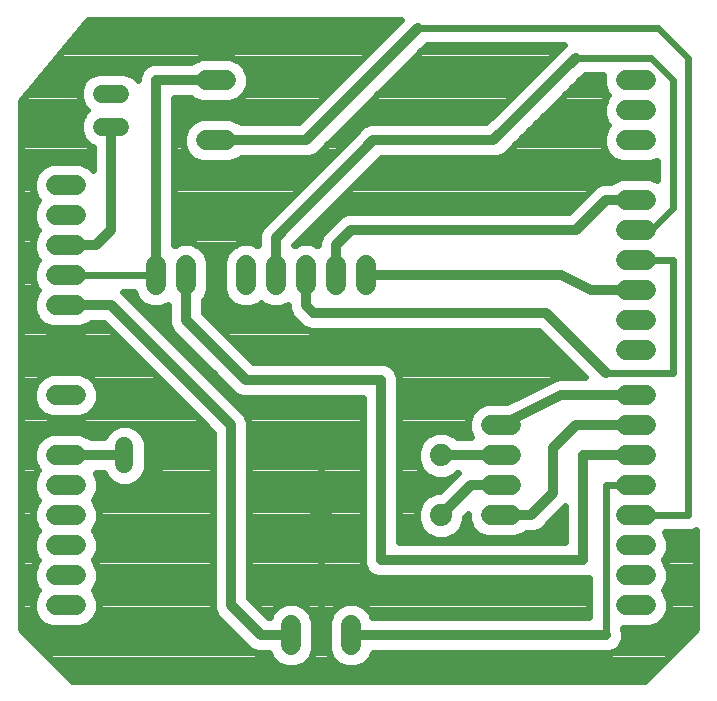
<source format=gbl>
G75*
%MOIN*%
%OFA0B0*%
%FSLAX24Y24*%
%IPPOS*%
%LPD*%
%AMOC8*
5,1,8,0,0,1.08239X$1,22.5*
%
%ADD10C,0.0660*%
%ADD11C,0.0740*%
%ADD12C,0.0600*%
%ADD13C,0.0320*%
%ADD14C,0.0240*%
D10*
X001890Y003220D02*
X002550Y003220D01*
X002550Y004220D02*
X001890Y004220D01*
X001890Y005220D02*
X002550Y005220D01*
X002550Y006220D02*
X001890Y006220D01*
X001890Y007220D02*
X002550Y007220D01*
X002550Y008220D02*
X001890Y008220D01*
X001890Y010220D02*
X002550Y010220D01*
X002550Y011220D02*
X001890Y011220D01*
X001890Y012220D02*
X002550Y012220D01*
X002550Y013220D02*
X001890Y013220D01*
X001890Y014220D02*
X002550Y014220D01*
X002550Y015220D02*
X001890Y015220D01*
X001890Y016220D02*
X002550Y016220D01*
X002550Y017220D02*
X001890Y017220D01*
X005220Y014550D02*
X005220Y013890D01*
X006220Y013890D02*
X006220Y014550D01*
X007220Y014550D02*
X007220Y013890D01*
X008220Y013890D02*
X008220Y014550D01*
X009220Y014550D02*
X009220Y013890D01*
X010220Y013890D02*
X010220Y014550D01*
X011220Y014550D02*
X011220Y013890D01*
X012220Y013890D02*
X012220Y014550D01*
X016390Y009220D02*
X017050Y009220D01*
X017050Y008220D02*
X016390Y008220D01*
X016390Y007220D02*
X017050Y007220D01*
X017050Y006220D02*
X016390Y006220D01*
X020890Y006220D02*
X021550Y006220D01*
X021550Y007220D02*
X020890Y007220D01*
X020890Y008220D02*
X021550Y008220D01*
X021550Y009220D02*
X020890Y009220D01*
X020890Y010220D02*
X021550Y010220D01*
X021550Y011720D02*
X020890Y011720D01*
X020890Y012720D02*
X021550Y012720D01*
X021550Y013720D02*
X020890Y013720D01*
X020890Y014720D02*
X021550Y014720D01*
X021550Y015720D02*
X020890Y015720D01*
X020890Y016720D02*
X021550Y016720D01*
X021550Y017720D02*
X020890Y017720D01*
X020890Y018720D02*
X021550Y018720D01*
X021550Y019720D02*
X020890Y019720D01*
X020890Y020720D02*
X021550Y020720D01*
X021550Y005220D02*
X020890Y005220D01*
X020890Y004220D02*
X021550Y004220D01*
X021550Y003220D02*
X020890Y003220D01*
X011720Y002550D02*
X011720Y001890D01*
X010720Y001890D02*
X010720Y002550D01*
X009720Y002550D02*
X009720Y001890D01*
X007550Y018720D02*
X006890Y018720D01*
X006890Y019720D02*
X007550Y019720D01*
X007550Y020720D02*
X006890Y020720D01*
D11*
X010720Y008220D03*
X010720Y006220D03*
X014720Y006220D03*
X014720Y008220D03*
D12*
X005270Y008520D02*
X005270Y007920D01*
X004170Y007920D02*
X004170Y008520D01*
X004020Y019170D02*
X003420Y019170D01*
X003420Y020270D02*
X004020Y020270D01*
D13*
X003720Y019170D02*
X003720Y015720D01*
X003220Y015220D01*
X002220Y015220D01*
X002220Y013220D02*
X003720Y013220D01*
X007720Y009220D01*
X007720Y003220D01*
X008720Y002220D01*
X009720Y002220D01*
X011720Y002220D02*
X020220Y002220D01*
X019470Y004720D02*
X012720Y004720D01*
X012720Y010720D01*
X008220Y010720D01*
X006220Y012720D01*
X006220Y014220D01*
X005220Y014220D02*
X005220Y020720D01*
X007220Y020720D01*
X007220Y018720D02*
X010220Y018720D01*
X013970Y022470D01*
X012470Y018720D02*
X009220Y015470D01*
X009220Y014220D01*
X010220Y014220D02*
X010220Y013220D01*
X010470Y012970D01*
X018220Y012970D01*
X020220Y010970D01*
X021220Y010220D02*
X018720Y010220D01*
X016720Y009220D01*
X016720Y008220D02*
X014720Y008220D01*
X015720Y007220D02*
X014720Y006220D01*
X015720Y007220D02*
X016720Y007220D01*
X016720Y006220D02*
X017720Y006220D01*
X018470Y006970D01*
X018470Y008470D01*
X019220Y009220D01*
X021220Y009220D01*
X021220Y008220D02*
X019470Y008220D01*
X019470Y004720D01*
X019720Y013720D02*
X021220Y013720D01*
X019720Y013720D02*
X018720Y014220D01*
X012220Y014220D01*
X011220Y014220D02*
X011220Y015220D01*
X011720Y015720D01*
X019220Y015720D01*
X020220Y016720D01*
X021220Y016720D01*
X021220Y015720D02*
X021720Y015720D01*
X016470Y018720D02*
X019220Y021470D01*
X016470Y018720D02*
X012470Y018720D01*
X004270Y008220D02*
X004170Y008220D01*
X002220Y008220D01*
D14*
X001482Y001651D02*
X008526Y001651D01*
X008601Y001620D02*
X008998Y001620D01*
X009067Y001454D01*
X009284Y001237D01*
X009567Y001120D01*
X009873Y001120D01*
X010156Y001237D01*
X010373Y001454D01*
X010490Y001737D01*
X010490Y002703D01*
X010373Y002986D01*
X010156Y003203D01*
X009873Y003320D01*
X009567Y003320D01*
X009284Y003203D01*
X009067Y002986D01*
X008998Y002820D01*
X008969Y002820D01*
X008320Y003469D01*
X008320Y009339D01*
X008229Y009560D01*
X004229Y013560D01*
X004129Y013660D01*
X004482Y013660D01*
X004567Y013454D01*
X004784Y013237D01*
X005067Y013120D01*
X005373Y013120D01*
X005620Y013222D01*
X005620Y012601D01*
X005711Y012380D01*
X005880Y012211D01*
X007880Y010211D01*
X008101Y010120D01*
X012120Y010120D01*
X012120Y004601D01*
X012211Y004380D01*
X012380Y004211D01*
X012601Y004120D01*
X019589Y004120D01*
X019660Y004149D01*
X019660Y002820D01*
X012442Y002820D01*
X012373Y002986D01*
X012156Y003203D01*
X011873Y003320D01*
X011567Y003320D01*
X011284Y003203D01*
X011067Y002986D01*
X010950Y002703D01*
X010950Y001737D01*
X011067Y001454D01*
X011284Y001237D01*
X011567Y001120D01*
X011873Y001120D01*
X012156Y001237D01*
X012373Y001454D01*
X012442Y001620D01*
X020339Y001620D01*
X020560Y001711D01*
X020729Y001880D01*
X020820Y002101D01*
X020820Y002339D01*
X020780Y002436D01*
X020780Y002450D01*
X021703Y002450D01*
X021986Y002567D01*
X022203Y002784D01*
X022320Y003067D01*
X022320Y003373D01*
X022203Y003656D01*
X022139Y003720D01*
X022203Y003784D01*
X022320Y004067D01*
X022320Y004373D01*
X022203Y004656D01*
X022139Y004720D01*
X022203Y004784D01*
X022320Y005067D01*
X022320Y005373D01*
X022203Y005656D01*
X022199Y005660D01*
X023081Y005660D01*
X023230Y005722D01*
X023230Y002423D01*
X021517Y000710D01*
X002423Y000710D01*
X000710Y002423D01*
X000710Y020043D01*
X002950Y022730D01*
X013381Y022730D01*
X009971Y019320D01*
X008039Y019320D01*
X007986Y019373D01*
X007703Y019490D01*
X006737Y019490D01*
X006454Y019373D01*
X006237Y019156D01*
X006120Y018873D01*
X006120Y018567D01*
X006237Y018284D01*
X006454Y018067D01*
X006737Y017950D01*
X007703Y017950D01*
X007986Y018067D01*
X008039Y018120D01*
X010339Y018120D01*
X010560Y018211D01*
X014259Y021910D01*
X018811Y021910D01*
X016221Y019320D01*
X012351Y019320D01*
X012130Y019229D01*
X008880Y015979D01*
X008711Y015810D01*
X008620Y015589D01*
X008620Y015218D01*
X008373Y015320D01*
X008067Y015320D01*
X007784Y015203D01*
X007567Y014986D01*
X007450Y014703D01*
X007450Y013737D01*
X007567Y013454D01*
X007784Y013237D01*
X008067Y013120D01*
X008373Y013120D01*
X008656Y013237D01*
X008720Y013301D01*
X008784Y013237D01*
X009067Y013120D01*
X009373Y013120D01*
X009620Y013222D01*
X009620Y013101D01*
X009711Y012880D01*
X009880Y012711D01*
X010130Y012461D01*
X010351Y012370D01*
X017971Y012370D01*
X019521Y010820D01*
X018817Y010820D01*
X018797Y010827D01*
X018699Y010820D01*
X018601Y010820D01*
X018580Y010812D01*
X018558Y010810D01*
X018471Y010766D01*
X018380Y010729D01*
X018365Y010713D01*
X016918Y009990D01*
X016237Y009990D01*
X015954Y009873D01*
X015737Y009656D01*
X015620Y009373D01*
X015620Y009067D01*
X015722Y008820D01*
X015266Y008820D01*
X015179Y008907D01*
X014881Y009030D01*
X014559Y009030D01*
X014261Y008907D01*
X014033Y008679D01*
X013910Y008381D01*
X013910Y008059D01*
X014033Y007761D01*
X014261Y007533D01*
X014559Y007410D01*
X014881Y007410D01*
X015179Y007533D01*
X015266Y007620D01*
X015271Y007620D01*
X014681Y007030D01*
X014559Y007030D01*
X014261Y006907D01*
X014033Y006679D01*
X013910Y006381D01*
X013910Y006059D01*
X014033Y005761D01*
X014261Y005533D01*
X014559Y005410D01*
X014881Y005410D01*
X015179Y005533D01*
X015407Y005761D01*
X015530Y006059D01*
X015530Y006181D01*
X015620Y006271D01*
X015620Y006067D01*
X015737Y005784D01*
X015954Y005567D01*
X016237Y005450D01*
X017203Y005450D01*
X017486Y005567D01*
X017539Y005620D01*
X017839Y005620D01*
X018060Y005711D01*
X018229Y005880D01*
X018870Y006521D01*
X018870Y005320D01*
X013320Y005320D01*
X013320Y010839D01*
X013229Y011060D01*
X013060Y011229D01*
X012839Y011320D01*
X008469Y011320D01*
X006820Y012969D01*
X006820Y013401D01*
X006873Y013454D01*
X006990Y013737D01*
X006990Y014703D01*
X006873Y014986D01*
X006656Y015203D01*
X006373Y015320D01*
X006067Y015320D01*
X005820Y015218D01*
X005820Y020120D01*
X006401Y020120D01*
X006454Y020067D01*
X006737Y019950D01*
X007703Y019950D01*
X007986Y020067D01*
X008203Y020284D01*
X008320Y020567D01*
X008320Y020873D01*
X008203Y021156D01*
X007986Y021373D01*
X007703Y021490D01*
X006737Y021490D01*
X006454Y021373D01*
X006401Y021320D01*
X005101Y021320D01*
X004880Y021229D01*
X004711Y021060D01*
X004620Y020839D01*
X004620Y020717D01*
X004439Y020897D01*
X004167Y021010D01*
X003273Y021010D01*
X003001Y020897D01*
X002793Y020689D01*
X002680Y020417D01*
X002680Y020123D01*
X002793Y019851D01*
X002923Y019720D01*
X002793Y019589D01*
X002680Y019317D01*
X002680Y019023D01*
X002793Y018751D01*
X003001Y018543D01*
X003120Y018493D01*
X003120Y017739D01*
X002986Y017873D01*
X002703Y017990D01*
X001737Y017990D01*
X001454Y017873D01*
X001237Y017656D01*
X001120Y017373D01*
X001120Y017067D01*
X001237Y016784D01*
X001301Y016720D01*
X001237Y016656D01*
X001120Y016373D01*
X001120Y016067D01*
X001237Y015784D01*
X001301Y015720D01*
X001237Y015656D01*
X001120Y015373D01*
X001120Y015067D01*
X001237Y014784D01*
X001301Y014720D01*
X001237Y014656D01*
X001120Y014373D01*
X001120Y014067D01*
X001237Y013784D01*
X001301Y013720D01*
X001237Y013656D01*
X001120Y013373D01*
X001120Y013067D01*
X001237Y012784D01*
X001454Y012567D01*
X001737Y012450D01*
X002703Y012450D01*
X002986Y012567D01*
X003039Y012620D01*
X003471Y012620D01*
X007120Y008971D01*
X007120Y003101D01*
X007211Y002880D01*
X007380Y002711D01*
X008380Y001711D01*
X008601Y001620D01*
X008202Y001890D02*
X001243Y001890D01*
X001005Y002128D02*
X007963Y002128D01*
X007725Y002367D02*
X000766Y002367D01*
X000710Y002605D02*
X001416Y002605D01*
X001454Y002567D02*
X001737Y002450D01*
X002703Y002450D01*
X002986Y002567D01*
X003203Y002784D01*
X003320Y003067D01*
X003320Y003373D01*
X003203Y003656D01*
X003139Y003720D01*
X003203Y003784D01*
X003320Y004067D01*
X003320Y004373D01*
X003203Y004656D01*
X003139Y004720D01*
X003203Y004784D01*
X003320Y005067D01*
X003320Y005373D01*
X003203Y005656D01*
X003139Y005720D01*
X003203Y005784D01*
X003320Y006067D01*
X003320Y006373D01*
X003203Y006656D01*
X003139Y006720D01*
X003203Y006784D01*
X003320Y007067D01*
X003320Y007373D01*
X003218Y007620D01*
X003493Y007620D01*
X003543Y007501D01*
X003751Y007293D01*
X004023Y007180D01*
X004317Y007180D01*
X004589Y007293D01*
X004797Y007501D01*
X004910Y007773D01*
X004910Y008667D01*
X004797Y008939D01*
X004589Y009147D01*
X004317Y009260D01*
X004023Y009260D01*
X003751Y009147D01*
X003543Y008939D01*
X003493Y008820D01*
X003039Y008820D01*
X002986Y008873D01*
X002703Y008990D01*
X001737Y008990D01*
X001454Y008873D01*
X001237Y008656D01*
X001120Y008373D01*
X001120Y008067D01*
X001237Y007784D01*
X001301Y007720D01*
X001237Y007656D01*
X001120Y007373D01*
X001120Y007067D01*
X001237Y006784D01*
X001301Y006720D01*
X001237Y006656D01*
X001120Y006373D01*
X001120Y006067D01*
X001237Y005784D01*
X001301Y005720D01*
X001237Y005656D01*
X001120Y005373D01*
X001120Y005067D01*
X001237Y004784D01*
X001301Y004720D01*
X001237Y004656D01*
X001120Y004373D01*
X001120Y004067D01*
X001237Y003784D01*
X001301Y003720D01*
X001237Y003656D01*
X001120Y003373D01*
X001120Y003067D01*
X001237Y002784D01*
X001454Y002567D01*
X001213Y002844D02*
X000710Y002844D01*
X000710Y003082D02*
X001120Y003082D01*
X001120Y003321D02*
X000710Y003321D01*
X000710Y003559D02*
X001197Y003559D01*
X001232Y003798D02*
X000710Y003798D01*
X000710Y004036D02*
X001133Y004036D01*
X001120Y004275D02*
X000710Y004275D01*
X000710Y004513D02*
X001178Y004513D01*
X001270Y004752D02*
X000710Y004752D01*
X000710Y004990D02*
X001152Y004990D01*
X001120Y005229D02*
X000710Y005229D01*
X000710Y005467D02*
X001159Y005467D01*
X001287Y005706D02*
X000710Y005706D01*
X000710Y005944D02*
X001171Y005944D01*
X001120Y006183D02*
X000710Y006183D01*
X000710Y006421D02*
X001140Y006421D01*
X001241Y006660D02*
X000710Y006660D01*
X000710Y006898D02*
X001190Y006898D01*
X001120Y007137D02*
X000710Y007137D01*
X000710Y007375D02*
X001121Y007375D01*
X001220Y007614D02*
X000710Y007614D01*
X000710Y007852D02*
X001209Y007852D01*
X001120Y008091D02*
X000710Y008091D01*
X000710Y008329D02*
X001120Y008329D01*
X001201Y008568D02*
X000710Y008568D01*
X000710Y008806D02*
X001387Y008806D01*
X001737Y009450D02*
X001454Y009567D01*
X001237Y009784D01*
X001120Y010067D01*
X001120Y010373D01*
X001237Y010656D01*
X001454Y010873D01*
X001737Y010990D01*
X002703Y010990D01*
X002986Y010873D01*
X003203Y010656D01*
X003320Y010373D01*
X003320Y010067D01*
X003203Y009784D01*
X002986Y009567D01*
X002703Y009450D01*
X001737Y009450D01*
X001564Y009522D02*
X000710Y009522D01*
X000710Y009760D02*
X001261Y009760D01*
X001148Y009999D02*
X000710Y009999D01*
X000710Y010237D02*
X001120Y010237D01*
X001162Y010476D02*
X000710Y010476D01*
X000710Y010714D02*
X001295Y010714D01*
X001646Y010953D02*
X000710Y010953D01*
X000710Y011191D02*
X004900Y011191D01*
X004662Y011430D02*
X000710Y011430D01*
X000710Y011668D02*
X004423Y011668D01*
X004185Y011907D02*
X000710Y011907D01*
X000710Y012145D02*
X003946Y012145D01*
X003708Y012384D02*
X000710Y012384D01*
X000710Y012622D02*
X001399Y012622D01*
X001205Y012861D02*
X000710Y012861D01*
X000710Y013099D02*
X001120Y013099D01*
X001120Y013338D02*
X000710Y013338D01*
X000710Y013576D02*
X001204Y013576D01*
X001225Y013815D02*
X000710Y013815D01*
X000710Y014053D02*
X001126Y014053D01*
X001120Y014292D02*
X000710Y014292D01*
X000710Y014530D02*
X001185Y014530D01*
X001253Y014769D02*
X000710Y014769D01*
X000710Y015007D02*
X001145Y015007D01*
X001120Y015246D02*
X000710Y015246D01*
X000710Y015484D02*
X001166Y015484D01*
X001299Y015723D02*
X000710Y015723D01*
X000710Y015961D02*
X001164Y015961D01*
X001120Y016200D02*
X000710Y016200D01*
X000710Y016438D02*
X001147Y016438D01*
X001258Y016677D02*
X000710Y016677D01*
X000710Y016915D02*
X001183Y016915D01*
X001120Y017154D02*
X000710Y017154D01*
X000710Y017392D02*
X001128Y017392D01*
X001227Y017631D02*
X000710Y017631D01*
X000710Y017869D02*
X001450Y017869D01*
X000710Y018108D02*
X003120Y018108D01*
X003120Y018346D02*
X000710Y018346D01*
X000710Y018585D02*
X002959Y018585D01*
X002763Y018823D02*
X000710Y018823D01*
X000710Y019062D02*
X002680Y019062D01*
X002680Y019300D02*
X000710Y019300D01*
X000710Y019539D02*
X002772Y019539D01*
X002866Y019777D02*
X000710Y019777D01*
X000710Y020016D02*
X002724Y020016D01*
X002680Y020254D02*
X000886Y020254D01*
X001085Y020493D02*
X002711Y020493D01*
X002835Y020731D02*
X001284Y020731D01*
X001482Y020970D02*
X003175Y020970D01*
X002277Y021924D02*
X012575Y021924D01*
X012813Y022162D02*
X002476Y022162D01*
X002675Y022401D02*
X013052Y022401D01*
X013290Y022639D02*
X002874Y022639D01*
X002079Y021685D02*
X012336Y021685D01*
X012098Y021447D02*
X007808Y021447D01*
X008151Y021208D02*
X011859Y021208D01*
X011621Y020970D02*
X008280Y020970D01*
X008320Y020731D02*
X011382Y020731D01*
X011144Y020493D02*
X008289Y020493D01*
X008173Y020254D02*
X010905Y020254D01*
X010667Y020016D02*
X007861Y020016D01*
X006579Y020016D02*
X005820Y020016D01*
X005820Y019777D02*
X010428Y019777D01*
X010190Y019539D02*
X005820Y019539D01*
X005820Y019300D02*
X006381Y019300D01*
X006198Y019062D02*
X005820Y019062D01*
X005820Y018823D02*
X006120Y018823D01*
X006120Y018585D02*
X005820Y018585D01*
X005820Y018346D02*
X006211Y018346D01*
X006414Y018108D02*
X005820Y018108D01*
X005820Y017869D02*
X010770Y017869D01*
X010532Y017631D02*
X005820Y017631D01*
X005820Y017392D02*
X010293Y017392D01*
X010055Y017154D02*
X005820Y017154D01*
X005820Y016915D02*
X009816Y016915D01*
X009578Y016677D02*
X005820Y016677D01*
X005820Y016438D02*
X009339Y016438D01*
X009101Y016200D02*
X005820Y016200D01*
X005820Y015961D02*
X008862Y015961D01*
X008675Y015723D02*
X005820Y015723D01*
X005820Y015484D02*
X008620Y015484D01*
X008620Y015246D02*
X008553Y015246D01*
X007887Y015246D02*
X006553Y015246D01*
X006852Y015007D02*
X007588Y015007D01*
X007477Y014769D02*
X006963Y014769D01*
X006990Y014530D02*
X007450Y014530D01*
X007450Y014292D02*
X006990Y014292D01*
X006990Y014053D02*
X007450Y014053D01*
X007450Y013815D02*
X006990Y013815D01*
X006923Y013576D02*
X007517Y013576D01*
X007684Y013338D02*
X006820Y013338D01*
X006820Y013099D02*
X009621Y013099D01*
X009731Y012861D02*
X006928Y012861D01*
X007167Y012622D02*
X009969Y012622D01*
X010318Y012384D02*
X007405Y012384D01*
X007644Y012145D02*
X018196Y012145D01*
X018435Y011907D02*
X007882Y011907D01*
X008121Y011668D02*
X018673Y011668D01*
X018912Y011430D02*
X008359Y011430D01*
X007616Y010476D02*
X007313Y010476D01*
X007377Y010714D02*
X007075Y010714D01*
X007139Y010953D02*
X006836Y010953D01*
X006900Y011191D02*
X006598Y011191D01*
X006662Y011430D02*
X006359Y011430D01*
X006423Y011668D02*
X006121Y011668D01*
X006185Y011907D02*
X005882Y011907D01*
X005946Y012145D02*
X005644Y012145D01*
X005710Y012384D02*
X005405Y012384D01*
X005620Y012622D02*
X005167Y012622D01*
X004928Y012861D02*
X005620Y012861D01*
X005620Y013099D02*
X004690Y013099D01*
X004684Y013338D02*
X004451Y013338D01*
X004517Y013576D02*
X004213Y013576D01*
X005220Y014220D02*
X002220Y014220D01*
X002220Y012220D02*
X002220Y011220D01*
X002794Y010953D02*
X005139Y010953D01*
X005377Y010714D02*
X003145Y010714D01*
X003278Y010476D02*
X005616Y010476D01*
X005854Y010237D02*
X003320Y010237D01*
X003292Y009999D02*
X006093Y009999D01*
X006331Y009760D02*
X003179Y009760D01*
X002876Y009522D02*
X006570Y009522D01*
X006808Y009283D02*
X000710Y009283D01*
X000710Y009045D02*
X003648Y009045D01*
X004692Y009045D02*
X007047Y009045D01*
X007120Y008806D02*
X004853Y008806D01*
X004910Y008568D02*
X007120Y008568D01*
X007120Y008329D02*
X004910Y008329D01*
X004910Y008091D02*
X007120Y008091D01*
X007120Y007852D02*
X004910Y007852D01*
X004844Y007614D02*
X007120Y007614D01*
X007120Y007375D02*
X004672Y007375D01*
X003668Y007375D02*
X003319Y007375D01*
X003320Y007137D02*
X007120Y007137D01*
X007120Y006898D02*
X003250Y006898D01*
X003199Y006660D02*
X007120Y006660D01*
X007120Y006421D02*
X003300Y006421D01*
X003320Y006183D02*
X007120Y006183D01*
X007120Y005944D02*
X003269Y005944D01*
X003153Y005706D02*
X007120Y005706D01*
X007120Y005467D02*
X003281Y005467D01*
X003320Y005229D02*
X007120Y005229D01*
X007120Y004990D02*
X003288Y004990D01*
X003170Y004752D02*
X007120Y004752D01*
X007120Y004513D02*
X003262Y004513D01*
X003320Y004275D02*
X007120Y004275D01*
X007120Y004036D02*
X003307Y004036D01*
X003208Y003798D02*
X007120Y003798D01*
X007120Y003559D02*
X003243Y003559D01*
X003320Y003321D02*
X007120Y003321D01*
X007128Y003082D02*
X003320Y003082D01*
X003227Y002844D02*
X007248Y002844D01*
X007486Y002605D02*
X003024Y002605D01*
X001959Y001174D02*
X009436Y001174D01*
X009109Y001413D02*
X001720Y001413D01*
X002197Y000936D02*
X021743Y000936D01*
X021981Y001174D02*
X012004Y001174D01*
X012331Y001413D02*
X022220Y001413D01*
X022458Y001651D02*
X020414Y001651D01*
X020733Y001890D02*
X022697Y001890D01*
X022935Y002128D02*
X020820Y002128D01*
X020809Y002367D02*
X023174Y002367D01*
X023230Y002605D02*
X022024Y002605D01*
X022227Y002844D02*
X023230Y002844D01*
X023230Y003082D02*
X022320Y003082D01*
X022320Y003321D02*
X023230Y003321D01*
X023230Y003559D02*
X022243Y003559D01*
X022208Y003798D02*
X023230Y003798D01*
X023230Y004036D02*
X022307Y004036D01*
X022320Y004275D02*
X023230Y004275D01*
X023230Y004513D02*
X022262Y004513D01*
X022170Y004752D02*
X023230Y004752D01*
X023230Y004990D02*
X022288Y004990D01*
X022320Y005229D02*
X023230Y005229D01*
X023230Y005467D02*
X022281Y005467D01*
X023191Y005706D02*
X023230Y005706D01*
X022970Y006220D02*
X021220Y006220D01*
X021220Y007220D02*
X020220Y007220D01*
X020220Y002220D01*
X019660Y002844D02*
X012432Y002844D01*
X012277Y003082D02*
X019660Y003082D01*
X019660Y003321D02*
X008468Y003321D01*
X008320Y003559D02*
X019660Y003559D01*
X019660Y003798D02*
X008320Y003798D01*
X008320Y004036D02*
X019660Y004036D01*
X018870Y005467D02*
X017244Y005467D01*
X018046Y005706D02*
X018870Y005706D01*
X018870Y005944D02*
X018293Y005944D01*
X018531Y006183D02*
X018870Y006183D01*
X018870Y006421D02*
X018770Y006421D01*
X021220Y008220D02*
X021720Y008220D01*
X022970Y006220D02*
X022970Y021470D01*
X021970Y022470D01*
X013970Y022470D01*
X014034Y021685D02*
X018586Y021685D01*
X018348Y021447D02*
X013795Y021447D01*
X013557Y021208D02*
X018109Y021208D01*
X017871Y020970D02*
X013318Y020970D01*
X013080Y020731D02*
X017632Y020731D01*
X017394Y020493D02*
X012841Y020493D01*
X012603Y020254D02*
X017155Y020254D01*
X016917Y020016D02*
X012364Y020016D01*
X012126Y019777D02*
X016678Y019777D01*
X016440Y019539D02*
X011887Y019539D01*
X011649Y019300D02*
X012302Y019300D01*
X011963Y019062D02*
X011410Y019062D01*
X011172Y018823D02*
X011724Y018823D01*
X011486Y018585D02*
X010933Y018585D01*
X010695Y018346D02*
X011247Y018346D01*
X011009Y018108D02*
X008026Y018108D01*
X010321Y015723D02*
X010874Y015723D01*
X010711Y015560D02*
X010620Y015339D01*
X010620Y015218D01*
X010373Y015320D01*
X010067Y015320D01*
X009820Y015218D01*
X009820Y015221D01*
X012719Y018120D01*
X016589Y018120D01*
X016810Y018211D01*
X016979Y018380D01*
X019509Y020910D01*
X020135Y020910D01*
X020120Y020873D01*
X020120Y020567D01*
X020237Y020284D01*
X020301Y020220D01*
X020237Y020156D01*
X020120Y019873D01*
X020120Y019567D01*
X020237Y019284D01*
X020301Y019220D01*
X020237Y019156D01*
X020120Y018873D01*
X020120Y018567D01*
X020237Y018284D01*
X020454Y018067D01*
X020737Y017950D01*
X021703Y017950D01*
X021910Y018036D01*
X021910Y017404D01*
X021703Y017490D01*
X020737Y017490D01*
X020454Y017373D01*
X020401Y017320D01*
X020101Y017320D01*
X019880Y017229D01*
X019711Y017060D01*
X018971Y016320D01*
X011601Y016320D01*
X011380Y016229D01*
X011211Y016060D01*
X010711Y015560D01*
X010680Y015484D02*
X010083Y015484D01*
X009887Y015246D02*
X009844Y015246D01*
X010553Y015246D02*
X010620Y015246D01*
X010560Y015961D02*
X011112Y015961D01*
X011351Y016200D02*
X010798Y016200D01*
X011037Y016438D02*
X019089Y016438D01*
X019328Y016677D02*
X011275Y016677D01*
X011514Y016915D02*
X019566Y016915D01*
X019805Y017154D02*
X011752Y017154D01*
X011991Y017392D02*
X020500Y017392D01*
X020414Y018108D02*
X012706Y018108D01*
X012468Y017869D02*
X021910Y017869D01*
X021910Y017631D02*
X012229Y017631D01*
X016945Y018346D02*
X020211Y018346D01*
X020120Y018585D02*
X017183Y018585D01*
X017422Y018823D02*
X020120Y018823D01*
X020198Y019062D02*
X017660Y019062D01*
X017899Y019300D02*
X020231Y019300D01*
X020132Y019539D02*
X018137Y019539D01*
X018376Y019777D02*
X020120Y019777D01*
X020179Y020016D02*
X018614Y020016D01*
X018853Y020254D02*
X020267Y020254D01*
X020151Y020493D02*
X019091Y020493D01*
X019330Y020731D02*
X020120Y020731D01*
X019220Y021470D02*
X021720Y021470D01*
X022470Y020720D01*
X022470Y016470D01*
X021720Y015720D01*
X021220Y014720D02*
X022470Y014720D01*
X022470Y010970D01*
X020220Y010970D01*
X019389Y010953D02*
X013273Y010953D01*
X013320Y010714D02*
X018365Y010714D01*
X017889Y010476D02*
X013320Y010476D01*
X013320Y010237D02*
X017412Y010237D01*
X016935Y009999D02*
X013320Y009999D01*
X013320Y009760D02*
X015841Y009760D01*
X015681Y009522D02*
X013320Y009522D01*
X013320Y009283D02*
X015620Y009283D01*
X015629Y009045D02*
X013320Y009045D01*
X013320Y008806D02*
X014160Y008806D01*
X013987Y008568D02*
X013320Y008568D01*
X013320Y008329D02*
X013910Y008329D01*
X013910Y008091D02*
X013320Y008091D01*
X013320Y007852D02*
X013996Y007852D01*
X014181Y007614D02*
X013320Y007614D01*
X013320Y007375D02*
X015026Y007375D01*
X015259Y007614D02*
X015265Y007614D01*
X014788Y007137D02*
X013320Y007137D01*
X013320Y006898D02*
X014252Y006898D01*
X014025Y006660D02*
X013320Y006660D01*
X013320Y006421D02*
X013927Y006421D01*
X013910Y006183D02*
X013320Y006183D01*
X013320Y005944D02*
X013958Y005944D01*
X014089Y005706D02*
X013320Y005706D01*
X013320Y005467D02*
X014421Y005467D01*
X015019Y005467D02*
X016196Y005467D01*
X015816Y005706D02*
X015351Y005706D01*
X015482Y005944D02*
X015671Y005944D01*
X015620Y006183D02*
X015531Y006183D01*
X012120Y006183D02*
X008320Y006183D01*
X008320Y006421D02*
X012120Y006421D01*
X012120Y006660D02*
X008320Y006660D01*
X008320Y006898D02*
X012120Y006898D01*
X012120Y007137D02*
X008320Y007137D01*
X008320Y007375D02*
X012120Y007375D01*
X012120Y007614D02*
X008320Y007614D01*
X008320Y007852D02*
X012120Y007852D01*
X012120Y008091D02*
X008320Y008091D01*
X008320Y008329D02*
X012120Y008329D01*
X012120Y008568D02*
X008320Y008568D01*
X008320Y008806D02*
X012120Y008806D01*
X012120Y009045D02*
X008320Y009045D01*
X008320Y009283D02*
X012120Y009283D01*
X012120Y009522D02*
X008245Y009522D01*
X008029Y009760D02*
X012120Y009760D01*
X012120Y009999D02*
X007790Y009999D01*
X007854Y010237D02*
X007552Y010237D01*
X010720Y008220D02*
X010720Y006220D01*
X010720Y002220D01*
X010490Y002128D02*
X010950Y002128D01*
X010950Y001890D02*
X010490Y001890D01*
X010454Y001651D02*
X010986Y001651D01*
X011109Y001413D02*
X010331Y001413D01*
X010004Y001174D02*
X011436Y001174D01*
X010950Y002367D02*
X010490Y002367D01*
X010490Y002605D02*
X010950Y002605D01*
X011008Y002844D02*
X010432Y002844D01*
X010277Y003082D02*
X011163Y003082D01*
X012317Y004275D02*
X008320Y004275D01*
X008320Y004513D02*
X012156Y004513D01*
X012120Y004752D02*
X008320Y004752D01*
X008320Y004990D02*
X012120Y004990D01*
X012120Y005229D02*
X008320Y005229D01*
X008320Y005467D02*
X012120Y005467D01*
X012120Y005706D02*
X008320Y005706D01*
X008320Y005944D02*
X012120Y005944D01*
X009163Y003082D02*
X008707Y003082D01*
X008945Y002844D02*
X009008Y002844D01*
X003496Y007614D02*
X003220Y007614D01*
X005820Y015246D02*
X005887Y015246D01*
X003120Y017869D02*
X002990Y017869D01*
X004605Y020731D02*
X004620Y020731D01*
X004674Y020970D02*
X004265Y020970D01*
X004859Y021208D02*
X001681Y021208D01*
X001880Y021447D02*
X006632Y021447D01*
X013098Y011191D02*
X019150Y011191D01*
M02*

</source>
